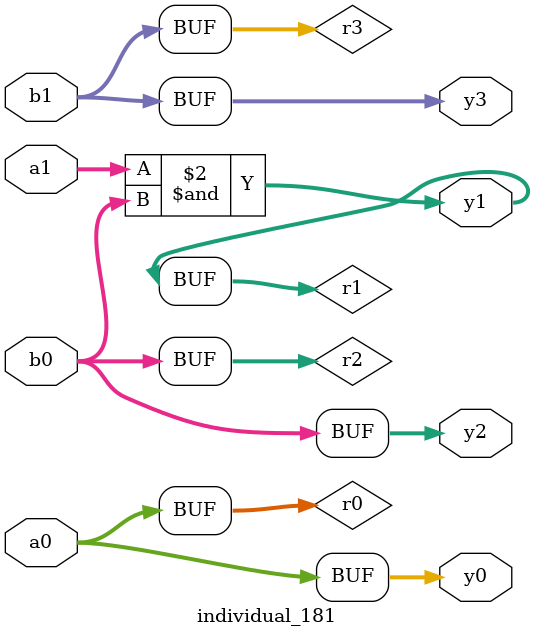
<source format=sv>
module individual_181(input logic [15:0] a1, input logic [15:0] a0, input logic [15:0] b1, input logic [15:0] b0, output logic [15:0] y3, output logic [15:0] y2, output logic [15:0] y1, output logic [15:0] y0);
logic [15:0] r0, r1, r2, r3; 
 always@(*) begin 
	 r0 = a0; r1 = a1; r2 = b0; r3 = b1; 
 	 r1  &=  r2 ;
 	 y3 = r3; y2 = r2; y1 = r1; y0 = r0; 
end
endmodule
</source>
